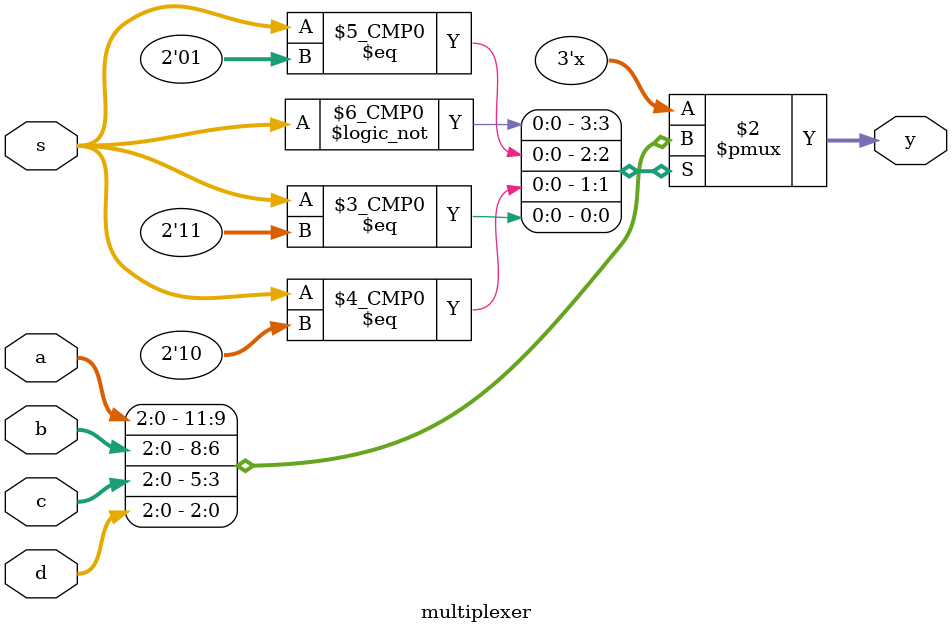
<source format=sv>
module multiplexer(
  input  logic [2:0] a,
  input  logic [2:0] b,
  input  logic [2:0] c,
  input  logic [2:0] d,
  input  logic [1:0] s,
  output logic [2:0] y
);

  always_comb begin
    case (s)
      2'b00:   y = a;
      2'b01:   y = b;
      2'b10:   y = c;
      2'b11:   y = d;
      default: y = a;
    endcase
  end

endmodule

</source>
